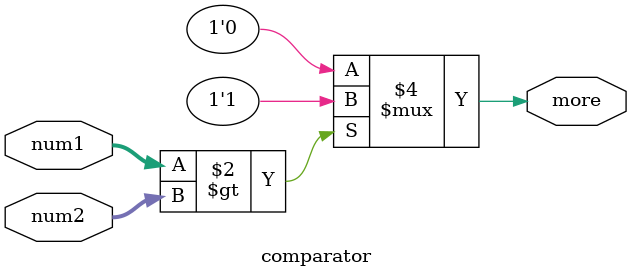
<source format=sv>
module comparator(input logic [3:0] num1,num2,output logic more);

// logic [3:0] inverted;
// logic [3:0] complement;
// logic cout0;
// logic cout1;
// not n0(inverted[0],num2[0]);
// not n1(inverted[1],num2[1]);
// not n2(inverted[2],num2[2]);
// not n3(inverted[3],num2[3]);
// adder4 adder0(inverted,4'b0000,1,cout0,complement);

// logic [3:0] sum;
// adder4 adder1(complement,num2,0,cout1,sum);
// and a0(more,sum[3],1);

always_comb
begin

if(num1>num2)
begin
more = 1; 
end 
else
begin 
more = 0;
end
end  


endmodule
</source>
